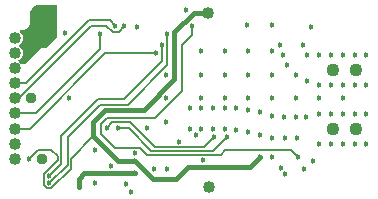
<source format=gbr>
G04 EAGLE Gerber RS-274X export*
G75*
%MOMM*%
%FSLAX34Y34*%
%LPD*%
%INCopper Layer 2*%
%IPPOS*%
%AMOC8*
5,1,8,0,0,1.08239X$1,22.5*%
G01*
%ADD10C,1.016000*%
%ADD11C,1.108000*%
%ADD12C,0.958000*%
%ADD13C,0.454000*%
%ADD14C,0.152400*%
%ADD15C,0.406400*%

G36*
X6590Y111754D02*
X6590Y111754D01*
X6681Y111761D01*
X6711Y111773D01*
X6743Y111779D01*
X6823Y111821D01*
X6907Y111857D01*
X6939Y111883D01*
X6960Y111894D01*
X6982Y111917D01*
X7038Y111962D01*
X20815Y125739D01*
X25500Y125739D01*
X25590Y125754D01*
X25681Y125761D01*
X25711Y125773D01*
X25743Y125779D01*
X25823Y125821D01*
X25907Y125857D01*
X25939Y125883D01*
X25960Y125894D01*
X25982Y125917D01*
X26038Y125962D01*
X34038Y133962D01*
X34091Y134036D01*
X34151Y134105D01*
X34163Y134135D01*
X34182Y134161D01*
X34209Y134248D01*
X34243Y134333D01*
X34247Y134374D01*
X34254Y134397D01*
X34253Y134429D01*
X34261Y134500D01*
X34261Y161460D01*
X34258Y161480D01*
X34260Y161499D01*
X34238Y161601D01*
X34222Y161703D01*
X34212Y161720D01*
X34208Y161740D01*
X34155Y161829D01*
X34106Y161920D01*
X34092Y161934D01*
X34082Y161951D01*
X34003Y162018D01*
X33928Y162090D01*
X33910Y162098D01*
X33895Y162111D01*
X33799Y162150D01*
X33705Y162193D01*
X33685Y162195D01*
X33667Y162203D01*
X33500Y162221D01*
X21014Y162221D01*
X20934Y162208D01*
X20852Y162204D01*
X20840Y162199D01*
X19987Y162221D01*
X19979Y162220D01*
X19968Y162221D01*
X19927Y162221D01*
X19900Y162217D01*
X19847Y162217D01*
X17982Y162020D01*
X17919Y162003D01*
X17854Y161995D01*
X17777Y161964D01*
X17745Y161955D01*
X17729Y161944D01*
X17699Y161932D01*
X14418Y160148D01*
X14327Y160077D01*
X14235Y160010D01*
X14229Y160002D01*
X14224Y159998D01*
X14212Y159979D01*
X14133Y159877D01*
X12183Y156692D01*
X12159Y156632D01*
X12125Y156575D01*
X12111Y156525D01*
X12100Y156500D01*
X12098Y156482D01*
X12091Y156465D01*
X12089Y156445D01*
X12081Y156414D01*
X11788Y154559D01*
X11788Y154526D01*
X11779Y154440D01*
X11779Y145684D01*
X9962Y142538D01*
X6816Y140721D01*
X3457Y140721D01*
X3386Y140710D01*
X3315Y140708D01*
X3266Y140690D01*
X3214Y140682D01*
X3151Y140648D01*
X3084Y140623D01*
X3043Y140591D01*
X2997Y140566D01*
X2948Y140514D01*
X2892Y140470D01*
X2863Y140426D01*
X2828Y140388D01*
X2797Y140323D01*
X2759Y140263D01*
X2746Y140212D01*
X2724Y140165D01*
X2716Y140094D01*
X2699Y140024D01*
X2703Y139972D01*
X2697Y139921D01*
X2712Y139850D01*
X2718Y139779D01*
X2738Y139731D01*
X2749Y139680D01*
X2786Y139619D01*
X2814Y139553D01*
X2859Y139497D01*
X2875Y139469D01*
X2893Y139454D01*
X2919Y139422D01*
X4599Y137741D01*
X5605Y135314D01*
X5605Y132686D01*
X4599Y130259D01*
X2741Y128401D01*
X2627Y128353D01*
X2566Y128315D01*
X2500Y128286D01*
X2462Y128251D01*
X2418Y128224D01*
X2372Y128168D01*
X2319Y128120D01*
X2294Y128074D01*
X2261Y128034D01*
X2235Y127967D01*
X2201Y127904D01*
X2191Y127853D01*
X2173Y127805D01*
X2170Y127733D01*
X2157Y127662D01*
X2164Y127611D01*
X2162Y127559D01*
X2182Y127490D01*
X2193Y127419D01*
X2216Y127373D01*
X2231Y127323D01*
X2272Y127264D01*
X2304Y127200D01*
X2341Y127163D01*
X2371Y127121D01*
X2428Y127078D01*
X2480Y127028D01*
X2543Y126993D01*
X2568Y126974D01*
X2591Y126967D01*
X2627Y126947D01*
X2741Y126899D01*
X4599Y125041D01*
X5605Y122614D01*
X5605Y119986D01*
X4599Y117559D01*
X2741Y115701D01*
X2295Y115516D01*
X2234Y115478D01*
X2168Y115449D01*
X2130Y115414D01*
X2086Y115386D01*
X2040Y115331D01*
X1987Y115282D01*
X1962Y115237D01*
X1929Y115197D01*
X1903Y115130D01*
X1869Y115067D01*
X1859Y115016D01*
X1841Y114967D01*
X1838Y114896D01*
X1825Y114825D01*
X1833Y114773D01*
X1830Y114721D01*
X1850Y114653D01*
X1861Y114582D01*
X1884Y114535D01*
X1899Y114485D01*
X1940Y114426D01*
X1972Y114362D01*
X2009Y114326D01*
X2039Y114283D01*
X2097Y114240D01*
X2148Y114190D01*
X2211Y114156D01*
X2236Y114136D01*
X2259Y114129D01*
X2295Y114109D01*
X2597Y113984D01*
X4390Y112191D01*
X4441Y112109D01*
X4501Y112009D01*
X4505Y112005D01*
X4509Y112000D01*
X4599Y111925D01*
X4688Y111849D01*
X4693Y111847D01*
X4698Y111843D01*
X4807Y111801D01*
X4916Y111757D01*
X4923Y111756D01*
X4928Y111755D01*
X4946Y111754D01*
X5083Y111739D01*
X6500Y111739D01*
X6590Y111754D01*
G37*
D10*
X162500Y155500D03*
X163000Y8000D03*
D11*
X268000Y57000D03*
X288000Y57000D03*
D12*
X22000Y32000D03*
X12500Y83000D03*
D11*
X288000Y107000D03*
X268000Y107000D03*
D10*
X-1000Y121300D03*
X-1000Y108600D03*
X-1000Y95900D03*
X-1000Y83200D03*
X-1000Y70500D03*
X-1000Y134000D03*
X-1000Y57400D03*
X-1000Y44700D03*
X-1000Y32000D03*
D13*
X236500Y83000D03*
X156500Y123000D03*
X176500Y123000D03*
X196500Y123000D03*
X216500Y123000D03*
X216500Y103000D03*
X196500Y103000D03*
X176500Y103000D03*
X156500Y103000D03*
X156500Y83000D03*
X176500Y83000D03*
X196500Y83000D03*
X216500Y83000D03*
X256500Y83000D03*
X276500Y83000D03*
X126500Y83000D03*
X126500Y103000D03*
X126500Y63000D03*
X156500Y75000D03*
X176500Y75000D03*
X196500Y73000D03*
X216500Y68000D03*
X236500Y67000D03*
X196500Y54500D03*
X176500Y57000D03*
X156500Y57000D03*
X216500Y49500D03*
X256500Y70000D03*
X276500Y70000D03*
X276500Y44000D03*
X256500Y44000D03*
X276500Y94000D03*
X256500Y94000D03*
X226500Y67000D03*
X245500Y67000D03*
X206500Y71000D03*
X186500Y75000D03*
X166500Y75000D03*
X186500Y56000D03*
X206500Y51500D03*
X166500Y57000D03*
X227500Y49000D03*
X237500Y49000D03*
X147500Y75000D03*
X147500Y57000D03*
X266500Y70000D03*
X266500Y44000D03*
X286500Y44000D03*
X286500Y70000D03*
X286500Y94000D03*
X266500Y94000D03*
X266500Y120000D03*
X276500Y120000D03*
X286500Y120000D03*
X296500Y94000D03*
X296500Y70000D03*
X296500Y120000D03*
X296500Y44000D03*
X236500Y103000D03*
X225500Y120000D03*
X229500Y111000D03*
X246500Y98000D03*
X256500Y120000D03*
X246500Y120000D03*
X242500Y128000D03*
X223500Y128000D03*
X102500Y143000D03*
X41000Y138000D03*
X21000Y158000D03*
X144000Y158000D03*
X195000Y145000D03*
X217000Y145000D03*
X250000Y143500D03*
X251500Y29500D03*
X228000Y19000D03*
X44500Y83000D03*
X97500Y4000D03*
X80500Y25500D03*
X128000Y137500D03*
X28000Y11000D03*
D14*
X128000Y111000D02*
X128000Y137500D01*
X128000Y111000D02*
X94500Y77500D01*
X71000Y77500D01*
X43500Y50000D01*
X43500Y26500D01*
X28000Y11000D01*
D13*
X123500Y128500D03*
X28000Y17500D03*
D14*
X123500Y114500D02*
X123500Y128500D01*
X123500Y114500D02*
X91000Y82000D01*
X69000Y82000D01*
X38000Y51000D02*
X38000Y27500D01*
X28000Y17500D01*
X38000Y51000D02*
X69000Y82000D01*
D13*
X76500Y57500D03*
X167500Y50000D03*
D14*
X81500Y62500D02*
X76500Y57500D01*
X81500Y62500D02*
X96500Y62500D01*
X117540Y41460D02*
X158960Y41460D01*
X167500Y50000D01*
X117540Y41460D02*
X96500Y62500D01*
D13*
X178500Y50000D03*
X86000Y57500D03*
D14*
X95500Y57500D01*
X114500Y38500D01*
X167000Y38500D02*
X178500Y50000D01*
X167000Y38500D02*
X114500Y38500D01*
D13*
X91500Y144500D03*
D14*
X86782Y139198D02*
X81718Y139198D01*
X76416Y144500D02*
X63500Y144500D01*
X91500Y144500D02*
X91500Y143916D01*
X86782Y139198D01*
X81718Y139198D02*
X76416Y144500D01*
X2200Y83200D02*
X-1000Y83200D01*
X2200Y83200D02*
X63500Y144500D01*
D13*
X84000Y144500D03*
D14*
X79225Y149275D01*
X61375Y149275D01*
X8000Y95900D01*
X-1000Y95900D01*
D13*
X100500Y30000D03*
D15*
X115500Y15000D01*
X145190Y24690D02*
X197853Y24690D01*
X135500Y15000D02*
X115500Y15000D01*
X135500Y15000D02*
X145190Y24690D01*
D13*
X206060Y32897D03*
D15*
X197853Y24690D01*
X100500Y30000D02*
X86500Y30000D01*
X65436Y51064D02*
X65436Y62936D01*
X75500Y73000D02*
X108000Y73000D01*
X134000Y99000D01*
X134000Y138880D02*
X150620Y155500D01*
X162500Y155500D01*
X65436Y51064D02*
X86500Y30000D01*
X65436Y62936D02*
X75500Y73000D01*
X134000Y99000D02*
X134000Y138880D01*
D13*
X10500Y31500D03*
D14*
X23698Y9218D02*
X26218Y6698D01*
X29782Y6698D01*
X23698Y9218D02*
X23698Y19282D01*
X35206Y30790D01*
X46294Y23210D02*
X29782Y6698D01*
X46294Y23210D02*
X46294Y31922D01*
X65436Y51064D01*
X35206Y33794D02*
X35206Y30790D01*
X35206Y33794D02*
X29500Y39500D01*
X18500Y39500D01*
X10500Y31500D01*
D13*
X101000Y19590D03*
D15*
X57590Y19590D01*
X52868Y14868D02*
X52868Y7548D01*
X52868Y14868D02*
X57590Y19590D01*
D13*
X52868Y7548D03*
X158000Y30500D03*
X243679Y22896D03*
X71000Y137500D03*
D14*
X71000Y124500D01*
X17000Y70500D02*
X-1000Y70500D01*
X17000Y70500D02*
X71000Y124500D01*
D13*
X118500Y121000D03*
D14*
X75000Y121000D01*
X11400Y57400D02*
X-1000Y57400D01*
X11400Y57400D02*
X75000Y121000D01*
D13*
X217000Y33000D03*
X110500Y57500D03*
X67000Y11500D03*
X93000Y10500D03*
X137900Y46262D03*
X100500Y36500D03*
X127500Y23000D03*
X117000Y23000D03*
X66500Y39000D03*
X152000Y52000D03*
X224540Y24000D03*
X239000Y33000D03*
D14*
X149000Y136500D02*
X149000Y144500D01*
X149000Y136500D02*
X140302Y127802D01*
X140302Y89218D01*
D13*
X149000Y144500D03*
D14*
X176753Y38802D02*
X173157Y35206D01*
X83698Y40802D02*
X71500Y53000D01*
X83698Y40802D02*
X104782Y40802D01*
X110378Y35206D02*
X173157Y35206D01*
X110378Y35206D02*
X104782Y40802D01*
X71500Y53000D02*
X71500Y61000D01*
X176753Y38802D02*
X232698Y38802D01*
X77000Y66500D02*
X71500Y61000D01*
X77000Y66500D02*
X117584Y66500D01*
X140302Y89218D01*
X232698Y38802D02*
X239000Y33000D01*
M02*

</source>
